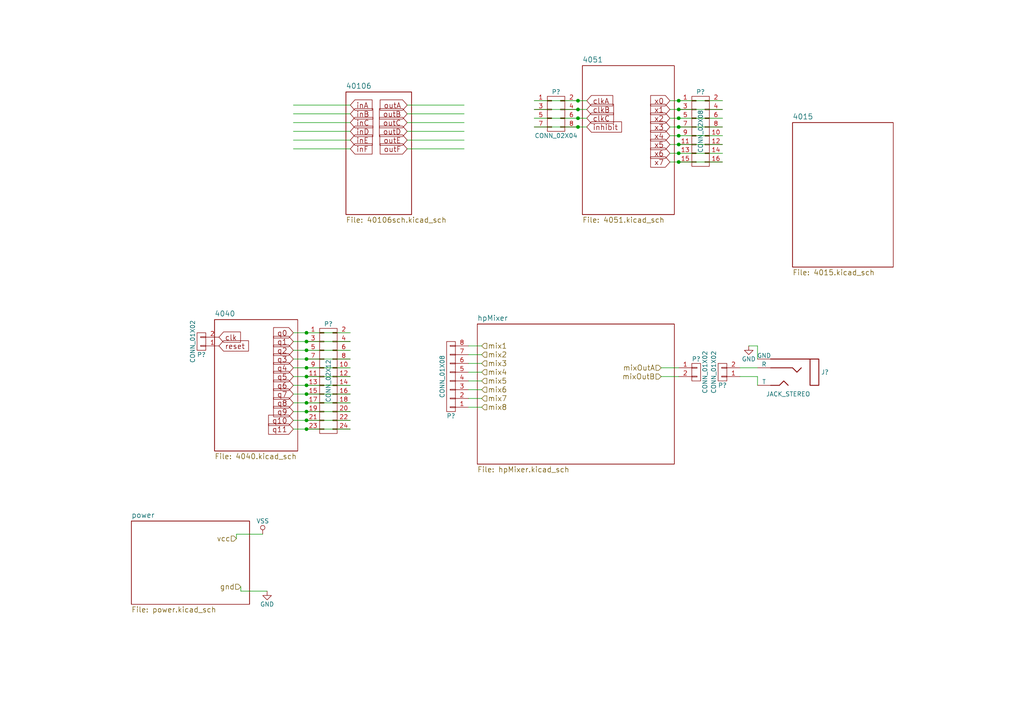
<source format=kicad_sch>
(kicad_sch (version 20230121) (generator eeschema)
  (paper "A4")
  (lib_symbols
    (symbol "CMOSworkshop-rescue:CONN_01X02" (pin_names (offset 1.016) hide)
      (property "Reference" "P" (at 0 3.81 0))
      (property "Value" "CONN_01X02" (at 2.54 0 90))
      (symbol "CONN_01X02_0_1"
        (rectangle (start -1.27 -1.143) (end 0.254 -1.397))
        (rectangle (start -1.27 1.397) (end 0.254 1.143))
        (rectangle (start -1.27 2.54) (end 1.27 -2.54))
      )
      (symbol "CONN_01X02_1_1"
        (pin passive line (at -5.08 1.27 0) (length 3.81) (name "P1") (number "1"))
        (pin passive line (at -5.08 -1.27 0) (length 3.81) (name "P2") (number "2"))
      )
    )
    (symbol "CMOSworkshop-rescue:CONN_01X08" (pin_names (offset 1.016) hide)
      (property "Reference" "P" (at 0 11.43 0))
      (property "Value" "CONN_01X08" (at 2.54 0 90))
      (symbol "CONN_01X08_0_1"
        (rectangle (start -1.27 -10.16) (end 1.27 10.16))
        (rectangle (start -1.27 -8.763) (end 0.254 -9.017))
        (rectangle (start -1.27 -6.223) (end 0.254 -6.477))
        (rectangle (start -1.27 -3.683) (end 0.254 -3.937))
        (rectangle (start -1.27 -1.143) (end 0.254 -1.397))
        (rectangle (start -1.27 1.397) (end 0.254 1.143))
        (rectangle (start -1.27 3.937) (end 0.254 3.683))
        (rectangle (start -1.27 6.477) (end 0.254 6.223))
        (rectangle (start -1.27 9.017) (end 0.254 8.763))
      )
      (symbol "CONN_01X08_1_1"
        (pin passive line (at -5.08 8.89 0) (length 3.81) (name "P1") (number "1"))
        (pin passive line (at -5.08 6.35 0) (length 3.81) (name "P2") (number "2"))
        (pin passive line (at -5.08 3.81 0) (length 3.81) (name "P3") (number "3"))
        (pin passive line (at -5.08 1.27 0) (length 3.81) (name "P4") (number "4"))
        (pin passive line (at -5.08 -1.27 0) (length 3.81) (name "P5") (number "5"))
        (pin passive line (at -5.08 -3.81 0) (length 3.81) (name "P6") (number "6"))
        (pin passive line (at -5.08 -6.35 0) (length 3.81) (name "P7") (number "7"))
        (pin passive line (at -5.08 -8.89 0) (length 3.81) (name "P8") (number "8"))
      )
    )
    (symbol "CMOSworkshop-rescue:CONN_02X04" (pin_names (offset 0.0254) hide)
      (property "Reference" "P" (at 0 6.35 0))
      (property "Value" "CONN_02X04" (at 0 -6.35 0))
      (symbol "CONN_02X04_0_1"
        (rectangle (start -2.54 -3.683) (end -1.27 -3.937))
        (rectangle (start -2.54 -1.143) (end -1.27 -1.397))
        (rectangle (start -2.54 1.397) (end -1.27 1.143))
        (rectangle (start -2.54 3.937) (end -1.27 3.683))
        (rectangle (start -2.54 5.08) (end 2.54 -5.08))
        (rectangle (start 1.27 -3.683) (end 2.54 -3.937))
        (rectangle (start 1.27 -1.143) (end 2.54 -1.397))
        (rectangle (start 1.27 1.397) (end 2.54 1.143))
        (rectangle (start 1.27 3.937) (end 2.54 3.683))
      )
      (symbol "CONN_02X04_1_1"
        (pin passive line (at -6.35 3.81 0) (length 3.81) (name "P1") (number "1"))
        (pin passive line (at 6.35 3.81 180) (length 3.81) (name "P2") (number "2"))
        (pin passive line (at -6.35 1.27 0) (length 3.81) (name "P3") (number "3"))
        (pin passive line (at 6.35 1.27 180) (length 3.81) (name "P4") (number "4"))
        (pin passive line (at -6.35 -1.27 0) (length 3.81) (name "P5") (number "5"))
        (pin passive line (at 6.35 -1.27 180) (length 3.81) (name "P6") (number "6"))
        (pin passive line (at -6.35 -3.81 0) (length 3.81) (name "P7") (number "7"))
        (pin passive line (at 6.35 -3.81 180) (length 3.81) (name "P8") (number "8"))
      )
    )
    (symbol "CMOSworkshop-rescue:CONN_02X08" (pin_names (offset 0.0254) hide)
      (property "Reference" "P" (at 0 11.43 0))
      (property "Value" "CONN_02X08" (at 0 0 90))
      (symbol "CONN_02X08_0_1"
        (rectangle (start -2.54 -8.763) (end -1.27 -9.017))
        (rectangle (start -2.54 -6.223) (end -1.27 -6.477))
        (rectangle (start -2.54 -3.683) (end -1.27 -3.937))
        (rectangle (start -2.54 -1.143) (end -1.27 -1.397))
        (rectangle (start -2.54 1.397) (end -1.27 1.143))
        (rectangle (start -2.54 3.937) (end -1.27 3.683))
        (rectangle (start -2.54 6.477) (end -1.27 6.223))
        (rectangle (start -2.54 9.017) (end -1.27 8.763))
        (rectangle (start -2.54 10.16) (end 2.54 -10.16))
        (rectangle (start 1.27 -8.763) (end 2.54 -9.017))
        (rectangle (start 1.27 -6.223) (end 2.54 -6.477))
        (rectangle (start 1.27 -3.683) (end 2.54 -3.937))
        (rectangle (start 1.27 -1.143) (end 2.54 -1.397))
        (rectangle (start 1.27 1.397) (end 2.54 1.143))
        (rectangle (start 1.27 3.937) (end 2.54 3.683))
        (rectangle (start 1.27 6.477) (end 2.54 6.223))
        (rectangle (start 1.27 9.017) (end 2.54 8.763))
      )
      (symbol "CONN_02X08_1_1"
        (pin passive line (at -6.35 8.89 0) (length 3.81) (name "P1") (number "1"))
        (pin passive line (at 6.35 -1.27 180) (length 3.81) (name "P10") (number "10"))
        (pin passive line (at -6.35 -3.81 0) (length 3.81) (name "P11") (number "11"))
        (pin passive line (at 6.35 -3.81 180) (length 3.81) (name "P12") (number "12"))
        (pin passive line (at -6.35 -6.35 0) (length 3.81) (name "P13") (number "13"))
        (pin passive line (at 6.35 -6.35 180) (length 3.81) (name "P14") (number "14"))
        (pin passive line (at -6.35 -8.89 0) (length 3.81) (name "P15") (number "15"))
        (pin passive line (at 6.35 -8.89 180) (length 3.81) (name "P16") (number "16"))
        (pin passive line (at 6.35 8.89 180) (length 3.81) (name "P2") (number "2"))
        (pin passive line (at -6.35 6.35 0) (length 3.81) (name "P3") (number "3"))
        (pin passive line (at 6.35 6.35 180) (length 3.81) (name "P4") (number "4"))
        (pin passive line (at -6.35 3.81 0) (length 3.81) (name "P5") (number "5"))
        (pin passive line (at 6.35 3.81 180) (length 3.81) (name "P6") (number "6"))
        (pin passive line (at -6.35 1.27 0) (length 3.81) (name "P7") (number "7"))
        (pin passive line (at 6.35 1.27 180) (length 3.81) (name "P8") (number "8"))
        (pin passive line (at -6.35 -1.27 0) (length 3.81) (name "P9") (number "9"))
      )
    )
    (symbol "CMOSworkshop-rescue:CONN_02X12" (pin_names (offset 0.0254) hide)
      (property "Reference" "P" (at 0 16.51 0))
      (property "Value" "CONN_02X12" (at 0 0 90))
      (symbol "CONN_02X12_0_1"
        (rectangle (start -2.54 -13.843) (end -1.27 -14.097))
        (rectangle (start -2.54 -11.303) (end -1.27 -11.557))
        (rectangle (start -2.54 -8.763) (end -1.27 -9.017))
        (rectangle (start -2.54 -6.223) (end -1.27 -6.477))
        (rectangle (start -2.54 -3.683) (end -1.27 -3.937))
        (rectangle (start -2.54 -1.143) (end -1.27 -1.397))
        (rectangle (start -2.54 1.397) (end -1.27 1.143))
        (rectangle (start -2.54 3.937) (end -1.27 3.683))
        (rectangle (start -2.54 6.477) (end -1.27 6.223))
        (rectangle (start -2.54 9.017) (end -1.27 8.763))
        (rectangle (start -2.54 11.557) (end -1.27 11.303))
        (rectangle (start -2.54 14.097) (end -1.27 13.843))
        (rectangle (start -2.54 15.24) (end 2.54 -15.24))
        (rectangle (start 1.27 -13.843) (end 2.54 -14.097))
        (rectangle (start 1.27 -11.303) (end 2.54 -11.557))
        (rectangle (start 1.27 -8.763) (end 2.54 -9.017))
        (rectangle (start 1.27 -6.223) (end 2.54 -6.477))
        (rectangle (start 1.27 -3.683) (end 2.54 -3.937))
        (rectangle (start 1.27 -1.143) (end 2.54 -1.397))
        (rectangle (start 1.27 1.397) (end 2.54 1.143))
        (rectangle (start 1.27 3.937) (end 2.54 3.683))
        (rectangle (start 1.27 6.477) (end 2.54 6.223))
        (rectangle (start 1.27 9.017) (end 2.54 8.763))
        (rectangle (start 1.27 11.557) (end 2.54 11.303))
        (rectangle (start 1.27 14.097) (end 2.54 13.843))
      )
      (symbol "CONN_02X12_1_1"
        (pin passive line (at -6.35 13.97 0) (length 3.81) (name "P1") (number "1"))
        (pin passive line (at 6.35 3.81 180) (length 3.81) (name "P10") (number "10"))
        (pin passive line (at -6.35 1.27 0) (length 3.81) (name "P11") (number "11"))
        (pin passive line (at 6.35 1.27 180) (length 3.81) (name "P12") (number "12"))
        (pin passive line (at -6.35 -1.27 0) (length 3.81) (name "P13") (number "13"))
        (pin passive line (at 6.35 -1.27 180) (length 3.81) (name "P14") (number "14"))
        (pin passive line (at -6.35 -3.81 0) (length 3.81) (name "P15") (number "15"))
        (pin passive line (at 6.35 -3.81 180) (length 3.81) (name "P16") (number "16"))
        (pin passive line (at -6.35 -6.35 0) (length 3.81) (name "P17") (number "17"))
        (pin passive line (at 6.35 -6.35 180) (length 3.81) (name "P18") (number "18"))
        (pin passive line (at -6.35 -8.89 0) (length 3.81) (name "P19") (number "19"))
        (pin passive line (at 6.35 13.97 180) (length 3.81) (name "P2") (number "2"))
        (pin passive line (at 6.35 -8.89 180) (length 3.81) (name "P20") (number "20"))
        (pin passive line (at -6.35 -11.43 0) (length 3.81) (name "P21") (number "21"))
        (pin passive line (at 6.35 -11.43 180) (length 3.81) (name "P22") (number "22"))
        (pin passive line (at -6.35 -13.97 0) (length 3.81) (name "P23") (number "23"))
        (pin passive line (at 6.35 -13.97 180) (length 3.81) (name "P24") (number "24"))
        (pin passive line (at -6.35 11.43 0) (length 3.81) (name "P3") (number "3"))
        (pin passive line (at 6.35 11.43 180) (length 3.81) (name "P4") (number "4"))
        (pin passive line (at -6.35 8.89 0) (length 3.81) (name "P5") (number "5"))
        (pin passive line (at 6.35 8.89 180) (length 3.81) (name "P6") (number "6"))
        (pin passive line (at -6.35 6.35 0) (length 3.81) (name "P7") (number "7"))
        (pin passive line (at 6.35 6.35 180) (length 3.81) (name "P8") (number "8"))
        (pin passive line (at -6.35 3.81 0) (length 3.81) (name "P9") (number "9"))
      )
    )
    (symbol "CMOSworkshop-rescue:GND" (power) (pin_names (offset 0))
      (property "Value" "GND" (at 0 -3.81 0))
      (symbol "GND_0_1"
        (polyline (pts (xy 0 0) (xy 0 -1.27) (xy 1.27 -1.27) (xy 0 -2.54) (xy -1.27 -1.27) (xy 0 -1.27)))
      )
      (symbol "GND_1_1"
        (pin power_in line (at 0 0 270) (length 0) hide (name "GND") (number "1"))
      )
    )
    (symbol "CMOSworkshop-rescue:JACK_STEREO" (pin_numbers hide) (pin_names (offset 0))
      (property "Reference" "J" (at -9.525 0 0))
      (property "Value" "JACK_STEREO" (at 0 6.35 0))
      (symbol "JACK_STEREO_0_1"
        (polyline (pts (xy 5.08 -1.27) (xy -1.27 -1.27) (xy -2.54 0) (xy -3.81 -1.27) (xy -3.81 -1.27)) (stroke (width 0.254)))
        (polyline (pts (xy 5.08 3.81) (xy 2.54 3.81) (xy 1.27 2.54) (xy 0 3.81) (xy 0 3.81)) (stroke (width 0.254)))
        (polyline (pts (xy 5.08 -3.81) (xy -8.89 -3.81) (xy -8.89 3.81) (xy -6.35 3.81) (xy -6.35 -3.81) (xy -6.35 -3.81)) (stroke (width 0.254)))
      )
      (symbol "JACK_STEREO_1_1"
        (pin passive line (at 8.89 -3.81 180) (length 3.81) (name "GND") (number "1"))
        (pin passive line (at 8.89 3.81 180) (length 3.81) (name "T") (number "2"))
        (pin passive line (at 8.89 -1.27 180) (length 3.81) (name "R") (number "3"))
      )
    )
    (symbol "CMOSworkshop-rescue:VSS" (power) (pin_names (offset 0))
      (property "Value" "VSS" (at 0 3.81 0))
      (symbol "VSS_0_1"
        (polyline (pts (xy 0 0) (xy 0 1.27)))
        (circle (center 0 1.905) (radius 0.635))
      )
      (symbol "VSS_1_1"
        (pin power_in line (at 0 0 90) (length 0) hide (name "VSS") (number "1"))
      )
    )
  )
  (junction (at 167.64 29.21))
  (junction (at 167.64 34.29))
  (junction (at 88.9 121.92))
  (junction (at 88.9 116.84))
  (junction (at 196.85 29.21))
  (junction (at 88.9 96.52))
  (junction (at 196.85 31.75))
  (junction (at 88.9 101.6))
  (junction (at 88.9 99.06))
  (junction (at 167.64 31.75))
  (junction (at 88.9 114.3))
  (junction (at 88.9 104.14))
  (junction (at 88.9 111.76))
  (junction (at 196.85 36.83))
  (junction (at 196.85 44.45))
  (junction (at 196.85 34.29))
  (junction (at 88.9 106.68))
  (junction (at 167.64 36.83))
  (junction (at 196.85 46.99))
  (junction (at 88.9 119.38))
  (junction (at 88.9 124.46))
  (junction (at 196.85 41.91))
  (junction (at 88.9 109.22))
  (junction (at 196.85 39.37))
  (wire (pts (xy 194.31 36.83) (xy 196.85 36.83)))
  (wire (pts (xy 135.89 115.57) (xy 139.7 115.57)))
  (wire (pts (xy 118.11 35.56) (xy 134.62 35.56)))
  (wire (pts (xy 219.71 104.14) (xy 219.71 100.33)))
  (wire (pts (xy 194.31 44.45) (xy 196.85 44.45)))
  (wire (pts (xy 196.85 31.75) (xy 209.55 31.75)))
  (wire (pts (xy 154.94 31.75) (xy 167.64 31.75)))
  (wire (pts (xy 88.9 116.84) (xy 101.6 116.84)))
  (wire (pts (xy 118.11 30.48) (xy 134.62 30.48)))
  (wire (pts (xy 85.09 40.64) (xy 101.6 40.64)))
  (wire (pts (xy 196.85 46.99) (xy 209.55 46.99)))
  (wire (pts (xy 219.71 109.22) (xy 219.71 111.76)))
  (wire (pts (xy 196.85 39.37) (xy 209.55 39.37)))
  (wire (pts (xy 135.89 118.11) (xy 139.7 118.11)))
  (wire (pts (xy 154.94 34.29) (xy 167.64 34.29)))
  (wire (pts (xy 85.09 30.48) (xy 101.6 30.48)))
  (wire (pts (xy 88.9 111.76) (xy 101.6 111.76)))
  (wire (pts (xy 135.89 110.49) (xy 139.7 110.49)))
  (wire (pts (xy 194.31 29.21) (xy 196.85 29.21)))
  (wire (pts (xy 196.85 106.68) (xy 191.77 106.68)))
  (wire (pts (xy 167.64 29.21) (xy 170.18 29.21)))
  (wire (pts (xy 85.09 109.22) (xy 88.9 109.22)))
  (wire (pts (xy 88.9 114.3) (xy 101.6 114.3)))
  (wire (pts (xy 85.09 114.3) (xy 88.9 114.3)))
  (wire (pts (xy 85.09 38.1) (xy 101.6 38.1)))
  (wire (pts (xy 135.89 100.33) (xy 139.7 100.33)))
  (wire (pts (xy 88.9 104.14) (xy 101.6 104.14)))
  (wire (pts (xy 88.9 119.38) (xy 101.6 119.38)))
  (wire (pts (xy 196.85 34.29) (xy 209.55 34.29)))
  (wire (pts (xy 88.9 101.6) (xy 101.6 101.6)))
  (wire (pts (xy 88.9 99.06) (xy 101.6 99.06)))
  (wire (pts (xy 167.64 34.29) (xy 170.18 34.29)))
  (wire (pts (xy 85.09 121.92) (xy 88.9 121.92)))
  (wire (pts (xy 214.63 109.22) (xy 219.71 109.22)))
  (wire (pts (xy 85.09 111.76) (xy 88.9 111.76)))
  (wire (pts (xy 154.94 36.83) (xy 167.64 36.83)))
  (wire (pts (xy 194.31 41.91) (xy 196.85 41.91)))
  (wire (pts (xy 88.9 106.68) (xy 101.6 106.68)))
  (wire (pts (xy 135.89 107.95) (xy 139.7 107.95)))
  (wire (pts (xy 85.09 101.6) (xy 88.9 101.6)))
  (wire (pts (xy 85.09 119.38) (xy 88.9 119.38)))
  (wire (pts (xy 194.31 34.29) (xy 196.85 34.29)))
  (wire (pts (xy 135.89 105.41) (xy 139.7 105.41)))
  (wire (pts (xy 85.09 116.84) (xy 88.9 116.84)))
  (wire (pts (xy 118.11 38.1) (xy 134.62 38.1)))
  (wire (pts (xy 194.31 46.99) (xy 196.85 46.99)))
  (wire (pts (xy 88.9 109.22) (xy 101.6 109.22)))
  (wire (pts (xy 88.9 96.52) (xy 101.6 96.52)))
  (wire (pts (xy 196.85 36.83) (xy 209.55 36.83)))
  (wire (pts (xy 77.47 171.45) (xy 69.85 171.45)))
  (wire (pts (xy 85.09 99.06) (xy 88.9 99.06)))
  (wire (pts (xy 76.2 154.94) (xy 68.58 154.94)))
  (wire (pts (xy 85.09 33.02) (xy 101.6 33.02)))
  (wire (pts (xy 196.85 29.21) (xy 209.55 29.21)))
  (wire (pts (xy 85.09 124.46) (xy 88.9 124.46)))
  (wire (pts (xy 88.9 121.92) (xy 101.6 121.92)))
  (wire (pts (xy 154.94 29.21) (xy 167.64 29.21)))
  (wire (pts (xy 196.85 109.22) (xy 191.77 109.22)))
  (wire (pts (xy 85.09 104.14) (xy 88.9 104.14)))
  (wire (pts (xy 135.89 102.87) (xy 139.7 102.87)))
  (wire (pts (xy 68.58 154.94) (xy 68.58 156.21)))
  (wire (pts (xy 85.09 96.52) (xy 88.9 96.52)))
  (wire (pts (xy 85.09 106.68) (xy 88.9 106.68)))
  (wire (pts (xy 85.09 35.56) (xy 101.6 35.56)))
  (wire (pts (xy 194.31 31.75) (xy 196.85 31.75)))
  (wire (pts (xy 118.11 40.64) (xy 134.62 40.64)))
  (wire (pts (xy 69.85 171.45) (xy 69.85 170.18)))
  (wire (pts (xy 118.11 33.02) (xy 134.62 33.02)))
  (wire (pts (xy 196.85 41.91) (xy 209.55 41.91)))
  (wire (pts (xy 214.63 106.68) (xy 219.71 106.68)))
  (wire (pts (xy 219.71 100.33) (xy 217.17 100.33)))
  (wire (pts (xy 196.85 44.45) (xy 209.55 44.45)))
  (wire (pts (xy 85.09 43.18) (xy 101.6 43.18)))
  (wire (pts (xy 135.89 113.03) (xy 139.7 113.03)))
  (wire (pts (xy 118.11 43.18) (xy 134.62 43.18)))
  (wire (pts (xy 88.9 124.46) (xy 101.6 124.46)))
  (wire (pts (xy 194.31 39.37) (xy 196.85 39.37)))
  (wire (pts (xy 167.64 36.83) (xy 170.18 36.83)))
  (wire (pts (xy 167.64 31.75) (xy 170.18 31.75)))
  (global_label "q8" (shape input) (at 85.09 116.84 180) (effects (font (size 1.524 1.524))) (property "Intersheetrefs" "${INTERSHEET_REFS}" (effects hide)))
  (global_label "inD" (shape input) (at 101.6 38.1 0) (effects (font (size 1.524 1.524))) (property "Intersheetrefs" "${INTERSHEET_REFS}" (effects hide)))
  (global_label "reset" (shape input) (at 63.5 100.33 0) (effects (font (size 1.524 1.524))) (property "Intersheetrefs" "${INTERSHEET_REFS}" (effects hide)))
  (global_label "q4" (shape input) (at 85.09 106.68 180) (effects (font (size 1.524 1.524))) (property "Intersheetrefs" "${INTERSHEET_REFS}" (effects hide)))
  (global_label "q7" (shape input) (at 85.09 114.3 180) (effects (font (size 1.524 1.524))) (property "Intersheetrefs" "${INTERSHEET_REFS}" (effects hide)))
  (global_label "clkC" (shape input) (at 170.18 34.29 0) (effects (font (size 1.524 1.524))) (property "Intersheetrefs" "${INTERSHEET_REFS}" (effects hide)))
  (global_label "q3" (shape input) (at 85.09 104.14 180) (effects (font (size 1.524 1.524))) (property "Intersheetrefs" "${INTERSHEET_REFS}" (effects hide)))
  (global_label "q11" (shape input) (at 85.09 124.46 180) (effects (font (size 1.524 1.524))) (property "Intersheetrefs" "${INTERSHEET_REFS}" (effects hide)))
  (global_label "x3" (shape input) (at 194.31 36.83 180) (effects (font (size 1.524 1.524))) (property "Intersheetrefs" "${INTERSHEET_REFS}" (effects hide)))
  (global_label "inF" (shape input) (at 101.6 43.18 0) (effects (font (size 1.524 1.524))) (property "Intersheetrefs" "${INTERSHEET_REFS}" (effects hide)))
  (global_label "q10" (shape input) (at 85.09 121.92 180) (effects (font (size 1.524 1.524))) (property "Intersheetrefs" "${INTERSHEET_REFS}" (effects hide)))
  (global_label "x2" (shape input) (at 194.31 34.29 180) (effects (font (size 1.524 1.524))) (property "Intersheetrefs" "${INTERSHEET_REFS}" (effects hide)))
  (global_label "outA" (shape input) (at 118.11 30.48 180) (effects (font (size 1.524 1.524))) (property "Intersheetrefs" "${INTERSHEET_REFS}" (effects hide)))
  (global_label "outB" (shape input) (at 118.11 33.02 180) (effects (font (size 1.524 1.524))) (property "Intersheetrefs" "${INTERSHEET_REFS}" (effects hide)))
  (global_label "x4" (shape input) (at 194.31 39.37 180) (effects (font (size 1.524 1.524))) (property "Intersheetrefs" "${INTERSHEET_REFS}" (effects hide)))
  (global_label "outD" (shape input) (at 118.11 38.1 180) (effects (font (size 1.524 1.524))) (property "Intersheetrefs" "${INTERSHEET_REFS}" (effects hide)))
  (global_label "clkB" (shape input) (at 170.18 31.75 0) (effects (font (size 1.524 1.524))) (property "Intersheetrefs" "${INTERSHEET_REFS}" (effects hide)))
  (global_label "outE" (shape input) (at 118.11 40.64 180) (effects (font (size 1.524 1.524))) (property "Intersheetrefs" "${INTERSHEET_REFS}" (effects hide)))
  (global_label "inE" (shape input) (at 101.6 40.64 0) (effects (font (size 1.524 1.524))) (property "Intersheetrefs" "${INTERSHEET_REFS}" (effects hide)))
  (global_label "inB" (shape input) (at 101.6 33.02 0) (effects (font (size 1.524 1.524))) (property "Intersheetrefs" "${INTERSHEET_REFS}" (effects hide)))
  (global_label "inC" (shape input) (at 101.6 35.56 0) (effects (font (size 1.524 1.524))) (property "Intersheetrefs" "${INTERSHEET_REFS}" (effects hide)))
  (global_label "outF" (shape input) (at 118.11 43.18 180) (effects (font (size 1.524 1.524))) (property "Intersheetrefs" "${INTERSHEET_REFS}" (effects hide)))
  (global_label "clkA" (shape input) (at 170.18 29.21 0) (effects (font (size 1.524 1.524))) (property "Intersheetrefs" "${INTERSHEET_REFS}" (effects hide)))
  (global_label "x6" (shape input) (at 194.31 44.45 180) (effects (font (size 1.524 1.524))) (property "Intersheetrefs" "${INTERSHEET_REFS}" (effects hide)))
  (global_label "x1" (shape input) (at 194.31 31.75 180) (effects (font (size 1.524 1.524))) (property "Intersheetrefs" "${INTERSHEET_REFS}" (effects hide)))
  (global_label "q1" (shape input) (at 85.09 99.06 180) (effects (font (size 1.524 1.524))) (property "Intersheetrefs" "${INTERSHEET_REFS}" (effects hide)))
  (global_label "q6" (shape input) (at 85.09 111.76 180) (effects (font (size 1.524 1.524))) (property "Intersheetrefs" "${INTERSHEET_REFS}" (effects hide)))
  (global_label "q5" (shape input) (at 85.09 109.22 180) (effects (font (size 1.524 1.524))) (property "Intersheetrefs" "${INTERSHEET_REFS}" (effects hide)))
  (global_label "x0" (shape input) (at 194.31 29.21 180) (effects (font (size 1.524 1.524))) (property "Intersheetrefs" "${INTERSHEET_REFS}" (effects hide)))
  (global_label "q2" (shape input) (at 85.09 101.6 180) (effects (font (size 1.524 1.524))) (property "Intersheetrefs" "${INTERSHEET_REFS}" (effects hide)))
  (global_label "q9" (shape input) (at 85.09 119.38 180) (effects (font (size 1.524 1.524))) (property "Intersheetrefs" "${INTERSHEET_REFS}" (effects hide)))
  (global_label "x5" (shape input) (at 194.31 41.91 180) (effects (font (size 1.524 1.524))) (property "Intersheetrefs" "${INTERSHEET_REFS}" (effects hide)))
  (global_label "q0" (shape input) (at 85.09 96.52 180) (effects (font (size 1.524 1.524))) (property "Intersheetrefs" "${INTERSHEET_REFS}" (effects hide)))
  (global_label "x7" (shape input) (at 194.31 46.99 180) (effects (font (size 1.524 1.524))) (property "Intersheetrefs" "${INTERSHEET_REFS}" (effects hide)))
  (global_label "inhibit" (shape input) (at 170.18 36.83 0) (effects (font (size 1.524 1.524))) (property "Intersheetrefs" "${INTERSHEET_REFS}" (effects hide)))
  (global_label "inA" (shape input) (at 101.6 30.48 0) (effects (font (size 1.524 1.524))) (property "Intersheetrefs" "${INTERSHEET_REFS}" (effects hide)))
  (global_label "clk" (shape input) (at 63.5 97.79 0) (effects (font (size 1.524 1.524))) (property "Intersheetrefs" "${INTERSHEET_REFS}" (effects hide)))
  (global_label "outC" (shape input) (at 118.11 35.56 180) (effects (font (size 1.524 1.524))) (property "Intersheetrefs" "${INTERSHEET_REFS}" (effects hide)))
  (hierarchical_label "mix4" (shape input) (at 139.7 107.95 0) (effects (font (size 1.524 1.524))))
  (hierarchical_label "mix3" (shape input) (at 139.7 105.41 0) (effects (font (size 1.524 1.524))))
  (hierarchical_label "mix6" (shape input) (at 139.7 113.03 0) (effects (font (size 1.524 1.524))))
  (hierarchical_label "vcc" (shape input) (at 68.58 156.21 180) (effects (font (size 1.524 1.524))))
  (hierarchical_label "mix8" (shape input) (at 139.7 118.11 0) (effects (font (size 1.524 1.524))))
  (hierarchical_label "gnd" (shape input) (at 69.85 170.18 180) (effects (font (size 1.524 1.524))))
  (hierarchical_label "mix7" (shape input) (at 139.7 115.57 0) (effects (font (size 1.524 1.524))))
  (hierarchical_label "mix5" (shape input) (at 139.7 110.49 0) (effects (font (size 1.524 1.524))))
  (hierarchical_label "mixOutB" (shape input) (at 191.77 109.22 180) (effects (font (size 1.524 1.524))))
  (hierarchical_label "mix1" (shape input) (at 139.7 100.33 0) (effects (font (size 1.524 1.524))))
  (hierarchical_label "mixOutA" (shape input) (at 191.77 106.68 180) (effects (font (size 1.524 1.524))))
  (hierarchical_label "mix2" (shape input) (at 139.7 102.87 0) (effects (font (size 1.524 1.524))))
  (symbol (lib_id "CMOSworkshop-rescue:CONN_02X08") (at 203.2 38.1 0) (unit 1)
    (property "Reference" "P?" (at 203.2 26.67 0))
    (property "Value" "CONN_02X08" (at 203.2 38.1 90))
  )
  (symbol (lib_id "CMOSworkshop-rescue:CONN_02X04") (at 161.29 33.02 0) (unit 1)
    (property "Reference" "P?" (at 161.29 26.67 0))
    (property "Value" "CONN_02X04" (at 161.29 39.37 0))
  )
  (symbol (lib_id "CMOSworkshop-rescue:CONN_01X02") (at 58.42 99.06 180) (unit 1)
    (property "Reference" "P?" (at 58.42 102.87 0))
    (property "Value" "CONN_01X02" (at 55.88 99.06 90))
  )
  (symbol (lib_id "CMOSworkshop-rescue:CONN_02X12") (at 95.25 110.49 0) (unit 1)
    (property "Reference" "P?" (at 95.25 93.98 0))
    (property "Value" "CONN_02X12" (at 95.25 110.49 90))
  )
  (symbol (lib_id "CMOSworkshop-rescue:CONN_01X08") (at 130.81 109.22 180) (unit 1)
    (property "Reference" "P?" (at 130.81 120.65 0))
    (property "Value" "CONN_01X08" (at 128.27 109.22 90))
  )
  (symbol (lib_id "CMOSworkshop-rescue:JACK_STEREO") (at 228.6 107.95 180) (unit 1)
    (property "Reference" "J?" (at 238.125 107.95 0) (effects (justify right)))
    (property "Value" "JACK_STEREO" (at 228.6 114.3 0))
  )
  (symbol (lib_id "CMOSworkshop-rescue:CONN_01X02") (at 201.93 107.95 0) (unit 1)
    (property "Reference" "P?" (at 201.93 104.14 0))
    (property "Value" "CONN_01X02" (at 204.47 107.95 90))
  )
  (symbol (lib_id "CMOSworkshop-rescue:CONN_01X02") (at 209.55 107.95 180) (unit 1)
    (property "Reference" "P?" (at 209.55 111.76 0))
    (property "Value" "CONN_01X02" (at 207.01 107.95 90))
  )
  (symbol (lib_id "CMOSworkshop-rescue:GND") (at 217.17 100.33 0) (unit 1)
    (property "Reference" "#PWR?" (effects hide))
    (property "Value" "GND" (at 217.17 104.14 0))
  )
  (symbol (lib_id "CMOSworkshop-rescue:VSS") (at 76.2 154.94 0) (unit 1)
    (property "Reference" "#PWR?" (effects hide))
    (property "Value" "VSS" (at 76.2 151.13 0))
  )
  (symbol (lib_id "CMOSworkshop-rescue:GND") (at 77.47 171.45 0) (unit 1)
    (property "Reference" "#PWR?" (effects hide))
    (property "Value" "GND" (at 77.47 175.26 0))
  )
  (symbol (lib_id "CONN_02X06") (at 91.44 36.83 0) (unit 1)
    (property "Reference" "P?" (at 91.44 27.94 0))
    (property "Value" "CONN_02X06" (at 91.44 45.72 0))
  )
  (symbol (lib_id "CONN_02X06") (at 128.27 36.83 0) (unit 1)
    (property "Reference" "P?" (at 128.27 27.94 0))
    (property "Value" "CONN_02X06" (at 128.27 45.72 0))
  )
  (sheet (at 100.33 26.67) (size 19.05 35.56)
    (property "Sheetname" "40106" (at 100.33 25.8314 0) (effects (font (size 1.524 1.524)) (justify left bottom)))
    (property "Sheetfile" "40106sch.kicad_sch" (at 100.33 62.9162 0) (effects (font (size 1.524 1.524)) (justify left top)))
  )
  (sheet (at 168.91 19.05) (size 26.67 43.18)
    (property "Sheetname" "4051" (at 168.91 18.2114 0) (effects (font (size 1.524 1.524)) (justify left bottom)))
    (property "Sheetfile" "4051.kicad_sch" (at 168.91 62.9162 0) (effects (font (size 1.524 1.524)) (justify left top)))
  )
  (sheet (at 62.23 92.71) (size 24.13 38.1)
    (property "Sheetname" "4040" (at 62.23 91.8714 0) (effects (font (size 1.524 1.524)) (justify left bottom)))
    (property "Sheetfile" "4040.kicad_sch" (at 62.23 131.4962 0) (effects (font (size 1.524 1.524)) (justify left top)))
  )
  (sheet (at 138.43 93.98) (size 57.15 40.64)
    (property "Sheetname" "hpMixer" (at 138.43 93.1414 0) (effects (font (size 1.524 1.524)) (justify left bottom)))
    (property "Sheetfile" "hpMixer.kicad_sch" (at 138.43 135.3062 0) (effects (font (size 1.524 1.524)) (justify left top)))
  )
  (sheet (at 38.1 151.13) (size 34.29 24.13)
    (property "Sheetname" "power" (at 38.1 150.2914 0) (effects (font (size 1.524 1.524)) (justify left bottom)))
    (property "Sheetfile" "power.kicad_sch" (at 38.1 175.9462 0) (effects (font (size 1.524 1.524)) (justify left top)))
  )
  (sheet (at 229.87 35.56) (size 29.21 41.91)
    (property "Sheetname" "4015" (at 229.87 34.7214 0) (effects (font (size 1.524 1.524)) (justify left bottom)))
    (property "Sheetfile" "4015.kicad_sch" (at 229.87 78.1562 0) (effects (font (size 1.524 1.524)) (justify left top)))
  )
)
</source>
